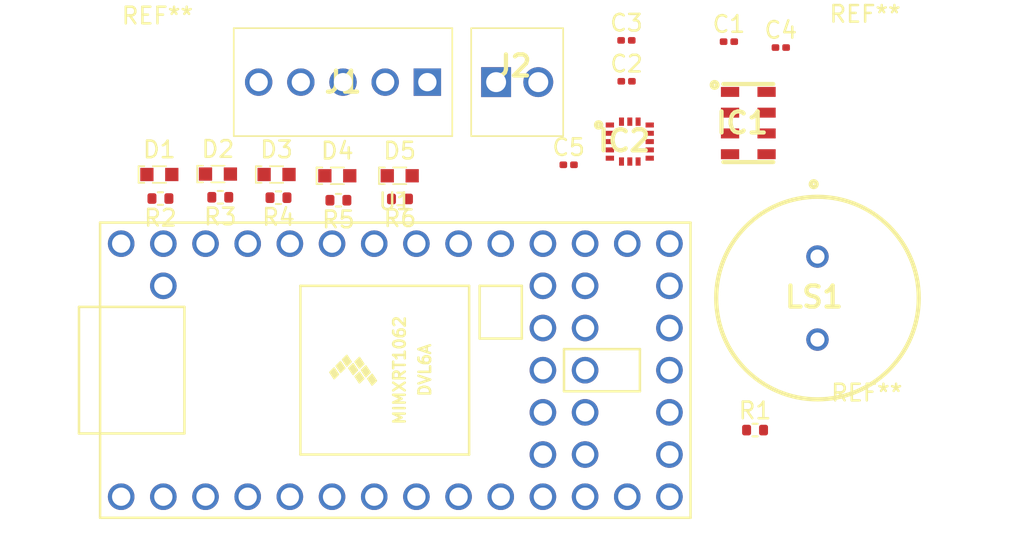
<source format=kicad_pcb>
(kicad_pcb (version 20171130) (host pcbnew "(5.1.10)-1")

  (general
    (thickness 1.6)
    (drawings 4)
    (tracks 0)
    (zones 0)
    (modules 25)
    (nets 70)
  )

  (page A4)
  (layers
    (0 F.Cu signal)
    (31 B.Cu signal)
    (32 B.Adhes user)
    (33 F.Adhes user)
    (34 B.Paste user)
    (35 F.Paste user)
    (36 B.SilkS user)
    (37 F.SilkS user)
    (38 B.Mask user)
    (39 F.Mask user)
    (40 Dwgs.User user)
    (41 Cmts.User user)
    (42 Eco1.User user)
    (43 Eco2.User user)
    (44 Edge.Cuts user)
    (45 Margin user)
    (46 B.CrtYd user)
    (47 F.CrtYd user)
    (48 B.Fab user)
    (49 F.Fab user)
  )

  (setup
    (last_trace_width 0.25)
    (trace_clearance 0.2)
    (zone_clearance 0.508)
    (zone_45_only no)
    (trace_min 0.2)
    (via_size 0.8)
    (via_drill 0.4)
    (via_min_size 0.4)
    (via_min_drill 0.3)
    (uvia_size 0.3)
    (uvia_drill 0.1)
    (uvias_allowed no)
    (uvia_min_size 0.2)
    (uvia_min_drill 0.1)
    (edge_width 0.05)
    (segment_width 0.2)
    (pcb_text_width 0.3)
    (pcb_text_size 1.5 1.5)
    (mod_edge_width 0.12)
    (mod_text_size 1 1)
    (mod_text_width 0.15)
    (pad_size 1.524 1.524)
    (pad_drill 0.762)
    (pad_to_mask_clearance 0)
    (aux_axis_origin 0 0)
    (visible_elements 7FFFFFFF)
    (pcbplotparams
      (layerselection 0x010fc_ffffffff)
      (usegerberextensions false)
      (usegerberattributes true)
      (usegerberadvancedattributes true)
      (creategerberjobfile true)
      (excludeedgelayer true)
      (linewidth 0.100000)
      (plotframeref false)
      (viasonmask false)
      (mode 1)
      (useauxorigin false)
      (hpglpennumber 1)
      (hpglpenspeed 20)
      (hpglpendiameter 15.000000)
      (psnegative false)
      (psa4output false)
      (plotreference true)
      (plotvalue true)
      (plotinvisibletext false)
      (padsonsilk false)
      (subtractmaskfromsilk false)
      (outputformat 1)
      (mirror false)
      (drillshape 1)
      (scaleselection 1)
      (outputdirectory ""))
  )

  (net 0 "")
  (net 1 GND)
  (net 2 3V3)
  (net 3 "Net-(C5-Pad2)")
  (net 4 VCC)
  (net 5 "Net-(D1-Pad1)")
  (net 6 "Net-(D2-Pad1)")
  (net 7 YLED1)
  (net 8 YLED2)
  (net 9 "Net-(D3-Pad1)")
  (net 10 "Net-(D4-Pad1)")
  (net 11 GLED1)
  (net 12 GLED2)
  (net 13 "Net-(D5-Pad1)")
  (net 14 CS_Baro)
  (net 15 "Net-(IC1-Pad5)")
  (net 16 MISO)
  (net 17 MOSI)
  (net 18 SCLK)
  (net 19 SDI)
  (net 20 SDO)
  (net 21 CS_IMU)
  (net 22 INT)
  (net 23 RESV)
  (net 24 FSYNC)
  (net 25 PYRO1)
  (net 26 PYRO2)
  (net 27 BUZZ1)
  (net 28 BUZZ2)
  (net 29 PWM1)
  (net 30 PWM2)
  (net 31 Buzzer)
  (net 32 "Net-(U1-Pad17)")
  (net 33 "Net-(U1-Pad18)")
  (net 34 "Net-(U1-Pad19)")
  (net 35 "Net-(U1-Pad20)")
  (net 36 "Net-(U1-Pad16)")
  (net 37 "Net-(U1-Pad15)")
  (net 38 "Net-(U1-Pad14)")
  (net 39 "Net-(U1-Pad21)")
  (net 40 "Net-(U1-Pad22)")
  (net 41 "Net-(U1-Pad23)")
  (net 42 "Net-(U1-Pad24)")
  (net 43 "Net-(U1-Pad25)")
  (net 44 "Net-(U1-Pad26)")
  (net 45 "Net-(U1-Pad27)")
  (net 46 "Net-(U1-Pad28)")
  (net 47 "Net-(U1-Pad29)")
  (net 48 "Net-(U1-Pad30)")
  (net 49 "Net-(U1-Pad31)")
  (net 50 "Net-(U1-Pad33)")
  (net 51 "Net-(U1-Pad34)")
  (net 52 "Net-(U1-Pad13)")
  (net 53 "Net-(U1-Pad12)")
  (net 54 "Net-(U1-Pad11)")
  (net 55 "Net-(U1-Pad10)")
  (net 56 "Net-(U1-Pad9)")
  (net 57 GTLED2)
  (net 58 "Net-(U1-Pad3)")
  (net 59 "Net-(U1-Pad2)")
  (net 60 "Net-(U1-Pad35)")
  (net 61 "Net-(U1-Pad36)")
  (net 62 "Net-(U1-Pad37)")
  (net 63 "Net-(U1-Pad38)")
  (net 64 "Net-(U1-Pad39)")
  (net 65 "Net-(U1-Pad40)")
  (net 66 "Net-(U1-Pad41)")
  (net 67 "Net-(U1-Pad42)")
  (net 68 "Net-(U1-Pad43)")
  (net 69 "Net-(U1-Pad44)")

  (net_class Default "This is the default net class."
    (clearance 0.2)
    (trace_width 0.25)
    (via_dia 0.8)
    (via_drill 0.4)
    (uvia_dia 0.3)
    (uvia_drill 0.1)
    (add_net 3V3)
    (add_net BUZZ1)
    (add_net BUZZ2)
    (add_net Buzzer)
    (add_net CS_Baro)
    (add_net CS_IMU)
    (add_net FSYNC)
    (add_net GLED1)
    (add_net GLED2)
    (add_net GND)
    (add_net GTLED2)
    (add_net INT)
    (add_net MISO)
    (add_net MOSI)
    (add_net "Net-(C5-Pad2)")
    (add_net "Net-(D1-Pad1)")
    (add_net "Net-(D2-Pad1)")
    (add_net "Net-(D3-Pad1)")
    (add_net "Net-(D4-Pad1)")
    (add_net "Net-(D5-Pad1)")
    (add_net "Net-(IC1-Pad5)")
    (add_net "Net-(U1-Pad10)")
    (add_net "Net-(U1-Pad11)")
    (add_net "Net-(U1-Pad12)")
    (add_net "Net-(U1-Pad13)")
    (add_net "Net-(U1-Pad14)")
    (add_net "Net-(U1-Pad15)")
    (add_net "Net-(U1-Pad16)")
    (add_net "Net-(U1-Pad17)")
    (add_net "Net-(U1-Pad18)")
    (add_net "Net-(U1-Pad19)")
    (add_net "Net-(U1-Pad2)")
    (add_net "Net-(U1-Pad20)")
    (add_net "Net-(U1-Pad21)")
    (add_net "Net-(U1-Pad22)")
    (add_net "Net-(U1-Pad23)")
    (add_net "Net-(U1-Pad24)")
    (add_net "Net-(U1-Pad25)")
    (add_net "Net-(U1-Pad26)")
    (add_net "Net-(U1-Pad27)")
    (add_net "Net-(U1-Pad28)")
    (add_net "Net-(U1-Pad29)")
    (add_net "Net-(U1-Pad3)")
    (add_net "Net-(U1-Pad30)")
    (add_net "Net-(U1-Pad31)")
    (add_net "Net-(U1-Pad33)")
    (add_net "Net-(U1-Pad34)")
    (add_net "Net-(U1-Pad35)")
    (add_net "Net-(U1-Pad36)")
    (add_net "Net-(U1-Pad37)")
    (add_net "Net-(U1-Pad38)")
    (add_net "Net-(U1-Pad39)")
    (add_net "Net-(U1-Pad40)")
    (add_net "Net-(U1-Pad41)")
    (add_net "Net-(U1-Pad42)")
    (add_net "Net-(U1-Pad43)")
    (add_net "Net-(U1-Pad44)")
    (add_net "Net-(U1-Pad9)")
    (add_net PWM1)
    (add_net PWM2)
    (add_net PYRO1)
    (add_net PYRO2)
    (add_net RESV)
    (add_net SCLK)
    (add_net SDI)
    (add_net SDO)
    (add_net VCC)
    (add_net YLED1)
    (add_net YLED2)
  )

  (module MountingHole:MountingHole_3.2mm_M3 (layer F.Cu) (tedit 56D1B4CB) (tstamp 61816BC9)
    (at 136.2964 83.5152)
    (descr "Mounting Hole 3.2mm, no annular, M3")
    (tags "mounting hole 3.2mm no annular m3")
    (attr virtual)
    (fp_text reference REF** (at 0 -4.2) (layer F.SilkS)
      (effects (font (size 1 1) (thickness 0.15)))
    )
    (fp_text value MountingHole_3.2mm_M3 (at 0 4.2) (layer F.Fab)
      (effects (font (size 1 1) (thickness 0.15)))
    )
    (fp_circle (center 0 0) (end 3.2 0) (layer Cmts.User) (width 0.15))
    (fp_circle (center 0 0) (end 3.45 0) (layer F.CrtYd) (width 0.05))
    (fp_text user %R (at 0.3 0) (layer F.Fab)
      (effects (font (size 1 1) (thickness 0.15)))
    )
    (pad 1 np_thru_hole circle (at 0 0) (size 3.2 3.2) (drill 3.2) (layers *.Cu *.Mask))
  )

  (module MountingHole:MountingHole_3.2mm_M3 (layer F.Cu) (tedit 56D1B4CB) (tstamp 61816BBB)
    (at 136.398 106.3244)
    (descr "Mounting Hole 3.2mm, no annular, M3")
    (tags "mounting hole 3.2mm no annular m3")
    (attr virtual)
    (fp_text reference REF** (at 0 -4.2) (layer F.SilkS)
      (effects (font (size 1 1) (thickness 0.15)))
    )
    (fp_text value MountingHole_3.2mm_M3 (at 0 4.2) (layer F.Fab)
      (effects (font (size 1 1) (thickness 0.15)))
    )
    (fp_circle (center 0 0) (end 3.45 0) (layer F.CrtYd) (width 0.05))
    (fp_circle (center 0 0) (end 3.2 0) (layer Cmts.User) (width 0.15))
    (fp_text user %R (at 0.3 0) (layer F.Fab)
      (effects (font (size 1 1) (thickness 0.15)))
    )
    (pad 1 np_thru_hole circle (at 0 0) (size 3.2 3.2) (drill 3.2) (layers *.Cu *.Mask))
  )

  (module MountingHole:MountingHole_3.2mm_M3 (layer F.Cu) (tedit 56D1B4CB) (tstamp 61816BAA)
    (at 93.6752 83.6168)
    (descr "Mounting Hole 3.2mm, no annular, M3")
    (tags "mounting hole 3.2mm no annular m3")
    (attr virtual)
    (fp_text reference REF** (at 0 -4.2) (layer F.SilkS)
      (effects (font (size 1 1) (thickness 0.15)))
    )
    (fp_text value MountingHole_3.2mm_M3 (at 0 4.2) (layer F.Fab)
      (effects (font (size 1 1) (thickness 0.15)))
    )
    (fp_circle (center 0 0) (end 3.45 0) (layer F.CrtYd) (width 0.05))
    (fp_circle (center 0 0) (end 3.2 0) (layer Cmts.User) (width 0.15))
    (fp_text user %R (at 0.3 0) (layer F.Fab)
      (effects (font (size 1 1) (thickness 0.15)))
    )
    (pad 1 np_thru_hole circle (at 0 0) (size 3.2 3.2) (drill 3.2) (layers *.Cu *.Mask))
  )

  (module Capacitor_SMD:C_0201_0603Metric (layer F.Cu) (tedit 5F68FEEE) (tstamp 61816573)
    (at 128.0922 80.9752)
    (descr "Capacitor SMD 0201 (0603 Metric), square (rectangular) end terminal, IPC_7351 nominal, (Body size source: https://www.vishay.com/docs/20052/crcw0201e3.pdf), generated with kicad-footprint-generator")
    (tags capacitor)
    (path /618203DA)
    (attr smd)
    (fp_text reference C1 (at 0 -1.05) (layer F.SilkS)
      (effects (font (size 1 1) (thickness 0.15)))
    )
    (fp_text value 100nF (at 0 1.05) (layer F.Fab)
      (effects (font (size 1 1) (thickness 0.15)))
    )
    (fp_line (start -0.3 0.15) (end -0.3 -0.15) (layer F.Fab) (width 0.1))
    (fp_line (start -0.3 -0.15) (end 0.3 -0.15) (layer F.Fab) (width 0.1))
    (fp_line (start 0.3 -0.15) (end 0.3 0.15) (layer F.Fab) (width 0.1))
    (fp_line (start 0.3 0.15) (end -0.3 0.15) (layer F.Fab) (width 0.1))
    (fp_line (start -0.7 0.35) (end -0.7 -0.35) (layer F.CrtYd) (width 0.05))
    (fp_line (start -0.7 -0.35) (end 0.7 -0.35) (layer F.CrtYd) (width 0.05))
    (fp_line (start 0.7 -0.35) (end 0.7 0.35) (layer F.CrtYd) (width 0.05))
    (fp_line (start 0.7 0.35) (end -0.7 0.35) (layer F.CrtYd) (width 0.05))
    (fp_text user %R (at 0 -0.68) (layer F.Fab)
      (effects (font (size 0.25 0.25) (thickness 0.04)))
    )
    (pad "" smd roundrect (at -0.345 0) (size 0.318 0.36) (layers F.Paste) (roundrect_rratio 0.25))
    (pad "" smd roundrect (at 0.345 0) (size 0.318 0.36) (layers F.Paste) (roundrect_rratio 0.25))
    (pad 1 smd roundrect (at -0.32 0) (size 0.46 0.4) (layers F.Cu F.Mask) (roundrect_rratio 0.25)
      (net 1 GND))
    (pad 2 smd roundrect (at 0.32 0) (size 0.46 0.4) (layers F.Cu F.Mask) (roundrect_rratio 0.25)
      (net 2 3V3))
    (model ${KISYS3DMOD}/Capacitor_SMD.3dshapes/C_0201_0603Metric.wrl
      (at (xyz 0 0 0))
      (scale (xyz 1 1 1))
      (rotate (xyz 0 0 0))
    )
  )

  (module Capacitor_SMD:C_0201_0603Metric (layer F.Cu) (tedit 5F68FEEE) (tstamp 61816584)
    (at 121.9302 83.3628)
    (descr "Capacitor SMD 0201 (0603 Metric), square (rectangular) end terminal, IPC_7351 nominal, (Body size source: https://www.vishay.com/docs/20052/crcw0201e3.pdf), generated with kicad-footprint-generator")
    (tags capacitor)
    (path /6184F902)
    (attr smd)
    (fp_text reference C2 (at 0 -1.05) (layer F.SilkS)
      (effects (font (size 1 1) (thickness 0.15)))
    )
    (fp_text value 0.1uF (at 0 1.05) (layer F.Fab)
      (effects (font (size 1 1) (thickness 0.15)))
    )
    (fp_line (start 0.7 0.35) (end -0.7 0.35) (layer F.CrtYd) (width 0.05))
    (fp_line (start 0.7 -0.35) (end 0.7 0.35) (layer F.CrtYd) (width 0.05))
    (fp_line (start -0.7 -0.35) (end 0.7 -0.35) (layer F.CrtYd) (width 0.05))
    (fp_line (start -0.7 0.35) (end -0.7 -0.35) (layer F.CrtYd) (width 0.05))
    (fp_line (start 0.3 0.15) (end -0.3 0.15) (layer F.Fab) (width 0.1))
    (fp_line (start 0.3 -0.15) (end 0.3 0.15) (layer F.Fab) (width 0.1))
    (fp_line (start -0.3 -0.15) (end 0.3 -0.15) (layer F.Fab) (width 0.1))
    (fp_line (start -0.3 0.15) (end -0.3 -0.15) (layer F.Fab) (width 0.1))
    (fp_text user %R (at 0 -0.68) (layer F.Fab)
      (effects (font (size 0.25 0.25) (thickness 0.04)))
    )
    (pad 2 smd roundrect (at 0.32 0) (size 0.46 0.4) (layers F.Cu F.Mask) (roundrect_rratio 0.25)
      (net 1 GND))
    (pad 1 smd roundrect (at -0.32 0) (size 0.46 0.4) (layers F.Cu F.Mask) (roundrect_rratio 0.25)
      (net 2 3V3))
    (pad "" smd roundrect (at 0.345 0) (size 0.318 0.36) (layers F.Paste) (roundrect_rratio 0.25))
    (pad "" smd roundrect (at -0.345 0) (size 0.318 0.36) (layers F.Paste) (roundrect_rratio 0.25))
    (model ${KISYS3DMOD}/Capacitor_SMD.3dshapes/C_0201_0603Metric.wrl
      (at (xyz 0 0 0))
      (scale (xyz 1 1 1))
      (rotate (xyz 0 0 0))
    )
  )

  (module Capacitor_SMD:C_0201_0603Metric (layer F.Cu) (tedit 5F68FEEE) (tstamp 61816595)
    (at 121.92 80.899)
    (descr "Capacitor SMD 0201 (0603 Metric), square (rectangular) end terminal, IPC_7351 nominal, (Body size source: https://www.vishay.com/docs/20052/crcw0201e3.pdf), generated with kicad-footprint-generator")
    (tags capacitor)
    (path /618755C2)
    (attr smd)
    (fp_text reference C3 (at 0 -1.05) (layer F.SilkS)
      (effects (font (size 1 1) (thickness 0.15)))
    )
    (fp_text value 10nF (at 0 1.05) (layer F.Fab)
      (effects (font (size 1 1) (thickness 0.15)))
    )
    (fp_line (start -0.3 0.15) (end -0.3 -0.15) (layer F.Fab) (width 0.1))
    (fp_line (start -0.3 -0.15) (end 0.3 -0.15) (layer F.Fab) (width 0.1))
    (fp_line (start 0.3 -0.15) (end 0.3 0.15) (layer F.Fab) (width 0.1))
    (fp_line (start 0.3 0.15) (end -0.3 0.15) (layer F.Fab) (width 0.1))
    (fp_line (start -0.7 0.35) (end -0.7 -0.35) (layer F.CrtYd) (width 0.05))
    (fp_line (start -0.7 -0.35) (end 0.7 -0.35) (layer F.CrtYd) (width 0.05))
    (fp_line (start 0.7 -0.35) (end 0.7 0.35) (layer F.CrtYd) (width 0.05))
    (fp_line (start 0.7 0.35) (end -0.7 0.35) (layer F.CrtYd) (width 0.05))
    (fp_text user %R (at 0 -0.68) (layer F.Fab)
      (effects (font (size 0.25 0.25) (thickness 0.04)))
    )
    (pad "" smd roundrect (at -0.345 0) (size 0.318 0.36) (layers F.Paste) (roundrect_rratio 0.25))
    (pad "" smd roundrect (at 0.345 0) (size 0.318 0.36) (layers F.Paste) (roundrect_rratio 0.25))
    (pad 1 smd roundrect (at -0.32 0) (size 0.46 0.4) (layers F.Cu F.Mask) (roundrect_rratio 0.25)
      (net 2 3V3))
    (pad 2 smd roundrect (at 0.32 0) (size 0.46 0.4) (layers F.Cu F.Mask) (roundrect_rratio 0.25)
      (net 1 GND))
    (model ${KISYS3DMOD}/Capacitor_SMD.3dshapes/C_0201_0603Metric.wrl
      (at (xyz 0 0 0))
      (scale (xyz 1 1 1))
      (rotate (xyz 0 0 0))
    )
  )

  (module Capacitor_SMD:C_0201_0603Metric (layer F.Cu) (tedit 5F68FEEE) (tstamp 618165A6)
    (at 131.2164 81.3308)
    (descr "Capacitor SMD 0201 (0603 Metric), square (rectangular) end terminal, IPC_7351 nominal, (Body size source: https://www.vishay.com/docs/20052/crcw0201e3.pdf), generated with kicad-footprint-generator")
    (tags capacitor)
    (path /61851CC7)
    (attr smd)
    (fp_text reference C4 (at 0 -1.05) (layer F.SilkS)
      (effects (font (size 1 1) (thickness 0.15)))
    )
    (fp_text value 2.2uF (at 0 1.05) (layer F.Fab)
      (effects (font (size 1 1) (thickness 0.15)))
    )
    (fp_line (start -0.3 0.15) (end -0.3 -0.15) (layer F.Fab) (width 0.1))
    (fp_line (start -0.3 -0.15) (end 0.3 -0.15) (layer F.Fab) (width 0.1))
    (fp_line (start 0.3 -0.15) (end 0.3 0.15) (layer F.Fab) (width 0.1))
    (fp_line (start 0.3 0.15) (end -0.3 0.15) (layer F.Fab) (width 0.1))
    (fp_line (start -0.7 0.35) (end -0.7 -0.35) (layer F.CrtYd) (width 0.05))
    (fp_line (start -0.7 -0.35) (end 0.7 -0.35) (layer F.CrtYd) (width 0.05))
    (fp_line (start 0.7 -0.35) (end 0.7 0.35) (layer F.CrtYd) (width 0.05))
    (fp_line (start 0.7 0.35) (end -0.7 0.35) (layer F.CrtYd) (width 0.05))
    (fp_text user %R (at 0 -0.68) (layer F.Fab)
      (effects (font (size 0.25 0.25) (thickness 0.04)))
    )
    (pad "" smd roundrect (at -0.345 0) (size 0.318 0.36) (layers F.Paste) (roundrect_rratio 0.25))
    (pad "" smd roundrect (at 0.345 0) (size 0.318 0.36) (layers F.Paste) (roundrect_rratio 0.25))
    (pad 1 smd roundrect (at -0.32 0) (size 0.46 0.4) (layers F.Cu F.Mask) (roundrect_rratio 0.25)
      (net 2 3V3))
    (pad 2 smd roundrect (at 0.32 0) (size 0.46 0.4) (layers F.Cu F.Mask) (roundrect_rratio 0.25)
      (net 1 GND))
    (model ${KISYS3DMOD}/Capacitor_SMD.3dshapes/C_0201_0603Metric.wrl
      (at (xyz 0 0 0))
      (scale (xyz 1 1 1))
      (rotate (xyz 0 0 0))
    )
  )

  (module Capacitor_SMD:C_0201_0603Metric (layer F.Cu) (tedit 5F68FEEE) (tstamp 618165B7)
    (at 118.4402 88.392)
    (descr "Capacitor SMD 0201 (0603 Metric), square (rectangular) end terminal, IPC_7351 nominal, (Body size source: https://www.vishay.com/docs/20052/crcw0201e3.pdf), generated with kicad-footprint-generator")
    (tags capacitor)
    (path /618671A3)
    (attr smd)
    (fp_text reference C5 (at 0 -1.05) (layer F.SilkS)
      (effects (font (size 1 1) (thickness 0.15)))
    )
    (fp_text value 0.47uF (at 0 1.05) (layer F.Fab)
      (effects (font (size 1 1) (thickness 0.15)))
    )
    (fp_line (start 0.7 0.35) (end -0.7 0.35) (layer F.CrtYd) (width 0.05))
    (fp_line (start 0.7 -0.35) (end 0.7 0.35) (layer F.CrtYd) (width 0.05))
    (fp_line (start -0.7 -0.35) (end 0.7 -0.35) (layer F.CrtYd) (width 0.05))
    (fp_line (start -0.7 0.35) (end -0.7 -0.35) (layer F.CrtYd) (width 0.05))
    (fp_line (start 0.3 0.15) (end -0.3 0.15) (layer F.Fab) (width 0.1))
    (fp_line (start 0.3 -0.15) (end 0.3 0.15) (layer F.Fab) (width 0.1))
    (fp_line (start -0.3 -0.15) (end 0.3 -0.15) (layer F.Fab) (width 0.1))
    (fp_line (start -0.3 0.15) (end -0.3 -0.15) (layer F.Fab) (width 0.1))
    (fp_text user %R (at 0 -0.68) (layer F.Fab)
      (effects (font (size 0.25 0.25) (thickness 0.04)))
    )
    (pad 2 smd roundrect (at 0.32 0) (size 0.46 0.4) (layers F.Cu F.Mask) (roundrect_rratio 0.25)
      (net 3 "Net-(C5-Pad2)"))
    (pad 1 smd roundrect (at -0.32 0) (size 0.46 0.4) (layers F.Cu F.Mask) (roundrect_rratio 0.25)
      (net 1 GND))
    (pad "" smd roundrect (at 0.345 0) (size 0.318 0.36) (layers F.Paste) (roundrect_rratio 0.25))
    (pad "" smd roundrect (at -0.345 0) (size 0.318 0.36) (layers F.Paste) (roundrect_rratio 0.25))
    (model ${KISYS3DMOD}/Capacitor_SMD.3dshapes/C_0201_0603Metric.wrl
      (at (xyz 0 0 0))
      (scale (xyz 1 1 1))
      (rotate (xyz 0 0 0))
    )
  )

  (module digikey-footprints:LED_2-SMD_No_Lead_1.7x0.8mm (layer F.Cu) (tedit 5D2891B4) (tstamp 618165CC)
    (at 93.7888 88.9762)
    (path /61814413)
    (attr smd)
    (fp_text reference D1 (at 0 -1.5) (layer F.SilkS)
      (effects (font (size 1 1) (thickness 0.15)))
    )
    (fp_text value RED (at 0 1.75) (layer F.Fab)
      (effects (font (size 1 1) (thickness 0.15)))
    )
    (fp_line (start -0.9 -0.5) (end -1.2 -0.5) (layer F.SilkS) (width 0.1))
    (fp_line (start -1.2 -0.5) (end -1.25 -0.5) (layer F.SilkS) (width 0.1))
    (fp_line (start -1.25 -0.5) (end -1.25 0.5) (layer F.SilkS) (width 0.1))
    (fp_line (start -1.25 0.5) (end -0.9 0.5) (layer F.SilkS) (width 0.1))
    (fp_line (start -1.4 -0.65) (end -1.4 0.65) (layer F.CrtYd) (width 0.05))
    (fp_line (start 1.4 0.65) (end -1.4 0.65) (layer F.CrtYd) (width 0.05))
    (fp_line (start 1.4 -0.65) (end -1.4 -0.65) (layer F.CrtYd) (width 0.05))
    (fp_line (start 1.4 -0.65) (end 1.4 0.65) (layer F.CrtYd) (width 0.05))
    (fp_line (start -0.4 0.5) (end 0.4 0.5) (layer F.SilkS) (width 0.1))
    (fp_line (start -0.4 -0.5) (end 0.4 -0.5) (layer F.SilkS) (width 0.1))
    (fp_line (start -0.85 0.4) (end -0.85 -0.4) (layer F.Fab) (width 0.1))
    (fp_line (start 0.85 -0.4) (end 0.85 0.4) (layer F.Fab) (width 0.1))
    (fp_line (start -0.85 -0.4) (end 0.85 -0.4) (layer F.Fab) (width 0.1))
    (fp_line (start -0.85 0.4) (end 0.85 0.4) (layer F.Fab) (width 0.1))
    (fp_text user %R (at 0 0) (layer F.Fab)
      (effects (font (size 0.25 0.25) (thickness 0.025)))
    )
    (pad 2 smd rect (at 0.75 0) (size 0.8 0.8) (layers F.Cu F.Paste F.Mask)
      (net 4 VCC))
    (pad 1 smd rect (at -0.75 0) (size 0.8 0.8) (layers F.Cu F.Paste F.Mask)
      (net 5 "Net-(D1-Pad1)"))
  )

  (module digikey-footprints:LED_2-SMD_No_Lead_1.7x0.8mm (layer F.Cu) (tedit 5D2891B4) (tstamp 618165E1)
    (at 97.3194 88.9508)
    (path /61814F6B)
    (attr smd)
    (fp_text reference D2 (at 0 -1.5) (layer F.SilkS)
      (effects (font (size 1 1) (thickness 0.15)))
    )
    (fp_text value YELLOW (at 0 1.75) (layer F.Fab)
      (effects (font (size 1 1) (thickness 0.15)))
    )
    (fp_line (start -0.85 0.4) (end 0.85 0.4) (layer F.Fab) (width 0.1))
    (fp_line (start -0.85 -0.4) (end 0.85 -0.4) (layer F.Fab) (width 0.1))
    (fp_line (start 0.85 -0.4) (end 0.85 0.4) (layer F.Fab) (width 0.1))
    (fp_line (start -0.85 0.4) (end -0.85 -0.4) (layer F.Fab) (width 0.1))
    (fp_line (start -0.4 -0.5) (end 0.4 -0.5) (layer F.SilkS) (width 0.1))
    (fp_line (start -0.4 0.5) (end 0.4 0.5) (layer F.SilkS) (width 0.1))
    (fp_line (start 1.4 -0.65) (end 1.4 0.65) (layer F.CrtYd) (width 0.05))
    (fp_line (start 1.4 -0.65) (end -1.4 -0.65) (layer F.CrtYd) (width 0.05))
    (fp_line (start 1.4 0.65) (end -1.4 0.65) (layer F.CrtYd) (width 0.05))
    (fp_line (start -1.4 -0.65) (end -1.4 0.65) (layer F.CrtYd) (width 0.05))
    (fp_line (start -1.25 0.5) (end -0.9 0.5) (layer F.SilkS) (width 0.1))
    (fp_line (start -1.25 -0.5) (end -1.25 0.5) (layer F.SilkS) (width 0.1))
    (fp_line (start -1.2 -0.5) (end -1.25 -0.5) (layer F.SilkS) (width 0.1))
    (fp_line (start -0.9 -0.5) (end -1.2 -0.5) (layer F.SilkS) (width 0.1))
    (fp_text user %R (at 0 0) (layer F.Fab)
      (effects (font (size 0.25 0.25) (thickness 0.025)))
    )
    (pad 1 smd rect (at -0.75 0) (size 0.8 0.8) (layers F.Cu F.Paste F.Mask)
      (net 6 "Net-(D2-Pad1)"))
    (pad 2 smd rect (at 0.75 0) (size 0.8 0.8) (layers F.Cu F.Paste F.Mask)
      (net 7 YLED1))
  )

  (module digikey-footprints:LED_2-SMD_No_Lead_1.7x0.8mm (layer F.Cu) (tedit 5D2891B4) (tstamp 618165F6)
    (at 100.85 88.9762)
    (path /61815368)
    (attr smd)
    (fp_text reference D3 (at 0 -1.5) (layer F.SilkS)
      (effects (font (size 1 1) (thickness 0.15)))
    )
    (fp_text value YELLOW (at 0 1.75) (layer F.Fab)
      (effects (font (size 1 1) (thickness 0.15)))
    )
    (fp_line (start -0.9 -0.5) (end -1.2 -0.5) (layer F.SilkS) (width 0.1))
    (fp_line (start -1.2 -0.5) (end -1.25 -0.5) (layer F.SilkS) (width 0.1))
    (fp_line (start -1.25 -0.5) (end -1.25 0.5) (layer F.SilkS) (width 0.1))
    (fp_line (start -1.25 0.5) (end -0.9 0.5) (layer F.SilkS) (width 0.1))
    (fp_line (start -1.4 -0.65) (end -1.4 0.65) (layer F.CrtYd) (width 0.05))
    (fp_line (start 1.4 0.65) (end -1.4 0.65) (layer F.CrtYd) (width 0.05))
    (fp_line (start 1.4 -0.65) (end -1.4 -0.65) (layer F.CrtYd) (width 0.05))
    (fp_line (start 1.4 -0.65) (end 1.4 0.65) (layer F.CrtYd) (width 0.05))
    (fp_line (start -0.4 0.5) (end 0.4 0.5) (layer F.SilkS) (width 0.1))
    (fp_line (start -0.4 -0.5) (end 0.4 -0.5) (layer F.SilkS) (width 0.1))
    (fp_line (start -0.85 0.4) (end -0.85 -0.4) (layer F.Fab) (width 0.1))
    (fp_line (start 0.85 -0.4) (end 0.85 0.4) (layer F.Fab) (width 0.1))
    (fp_line (start -0.85 -0.4) (end 0.85 -0.4) (layer F.Fab) (width 0.1))
    (fp_line (start -0.85 0.4) (end 0.85 0.4) (layer F.Fab) (width 0.1))
    (fp_text user %R (at 0 0) (layer F.Fab)
      (effects (font (size 0.25 0.25) (thickness 0.025)))
    )
    (pad 2 smd rect (at 0.75 0) (size 0.8 0.8) (layers F.Cu F.Paste F.Mask)
      (net 8 YLED2))
    (pad 1 smd rect (at -0.75 0) (size 0.8 0.8) (layers F.Cu F.Paste F.Mask)
      (net 9 "Net-(D3-Pad1)"))
  )

  (module digikey-footprints:LED_2-SMD_No_Lead_1.7x0.8mm (layer F.Cu) (tedit 5D2891B4) (tstamp 6181660B)
    (at 104.5076 89.0524)
    (path /618162E1)
    (attr smd)
    (fp_text reference D4 (at 0 -1.5) (layer F.SilkS)
      (effects (font (size 1 1) (thickness 0.15)))
    )
    (fp_text value GREEN (at 0 1.75) (layer F.Fab)
      (effects (font (size 1 1) (thickness 0.15)))
    )
    (fp_line (start -0.85 0.4) (end 0.85 0.4) (layer F.Fab) (width 0.1))
    (fp_line (start -0.85 -0.4) (end 0.85 -0.4) (layer F.Fab) (width 0.1))
    (fp_line (start 0.85 -0.4) (end 0.85 0.4) (layer F.Fab) (width 0.1))
    (fp_line (start -0.85 0.4) (end -0.85 -0.4) (layer F.Fab) (width 0.1))
    (fp_line (start -0.4 -0.5) (end 0.4 -0.5) (layer F.SilkS) (width 0.1))
    (fp_line (start -0.4 0.5) (end 0.4 0.5) (layer F.SilkS) (width 0.1))
    (fp_line (start 1.4 -0.65) (end 1.4 0.65) (layer F.CrtYd) (width 0.05))
    (fp_line (start 1.4 -0.65) (end -1.4 -0.65) (layer F.CrtYd) (width 0.05))
    (fp_line (start 1.4 0.65) (end -1.4 0.65) (layer F.CrtYd) (width 0.05))
    (fp_line (start -1.4 -0.65) (end -1.4 0.65) (layer F.CrtYd) (width 0.05))
    (fp_line (start -1.25 0.5) (end -0.9 0.5) (layer F.SilkS) (width 0.1))
    (fp_line (start -1.25 -0.5) (end -1.25 0.5) (layer F.SilkS) (width 0.1))
    (fp_line (start -1.2 -0.5) (end -1.25 -0.5) (layer F.SilkS) (width 0.1))
    (fp_line (start -0.9 -0.5) (end -1.2 -0.5) (layer F.SilkS) (width 0.1))
    (fp_text user %R (at 0 0) (layer F.Fab)
      (effects (font (size 0.25 0.25) (thickness 0.025)))
    )
    (pad 1 smd rect (at -0.75 0) (size 0.8 0.8) (layers F.Cu F.Paste F.Mask)
      (net 10 "Net-(D4-Pad1)"))
    (pad 2 smd rect (at 0.75 0) (size 0.8 0.8) (layers F.Cu F.Paste F.Mask)
      (net 11 GLED1))
  )

  (module digikey-footprints:LED_2-SMD_No_Lead_1.7x0.8mm (layer F.Cu) (tedit 5D2891B4) (tstamp 61816620)
    (at 108.2668 89.0524)
    (path /61816871)
    (attr smd)
    (fp_text reference D5 (at 0 -1.5) (layer F.SilkS)
      (effects (font (size 1 1) (thickness 0.15)))
    )
    (fp_text value GREEN (at 0 1.75) (layer F.Fab)
      (effects (font (size 1 1) (thickness 0.15)))
    )
    (fp_line (start -0.9 -0.5) (end -1.2 -0.5) (layer F.SilkS) (width 0.1))
    (fp_line (start -1.2 -0.5) (end -1.25 -0.5) (layer F.SilkS) (width 0.1))
    (fp_line (start -1.25 -0.5) (end -1.25 0.5) (layer F.SilkS) (width 0.1))
    (fp_line (start -1.25 0.5) (end -0.9 0.5) (layer F.SilkS) (width 0.1))
    (fp_line (start -1.4 -0.65) (end -1.4 0.65) (layer F.CrtYd) (width 0.05))
    (fp_line (start 1.4 0.65) (end -1.4 0.65) (layer F.CrtYd) (width 0.05))
    (fp_line (start 1.4 -0.65) (end -1.4 -0.65) (layer F.CrtYd) (width 0.05))
    (fp_line (start 1.4 -0.65) (end 1.4 0.65) (layer F.CrtYd) (width 0.05))
    (fp_line (start -0.4 0.5) (end 0.4 0.5) (layer F.SilkS) (width 0.1))
    (fp_line (start -0.4 -0.5) (end 0.4 -0.5) (layer F.SilkS) (width 0.1))
    (fp_line (start -0.85 0.4) (end -0.85 -0.4) (layer F.Fab) (width 0.1))
    (fp_line (start 0.85 -0.4) (end 0.85 0.4) (layer F.Fab) (width 0.1))
    (fp_line (start -0.85 -0.4) (end 0.85 -0.4) (layer F.Fab) (width 0.1))
    (fp_line (start -0.85 0.4) (end 0.85 0.4) (layer F.Fab) (width 0.1))
    (fp_text user %R (at 0 0) (layer F.Fab)
      (effects (font (size 0.25 0.25) (thickness 0.025)))
    )
    (pad 2 smd rect (at 0.75 0) (size 0.8 0.8) (layers F.Cu F.Paste F.Mask)
      (net 12 GLED2))
    (pad 1 smd rect (at -0.75 0) (size 0.8 0.8) (layers F.Cu F.Paste F.Mask)
      (net 13 "Net-(D5-Pad1)"))
  )

  (module SamacSys_Parts:MS561101BA03-50 (layer F.Cu) (tedit 0) (tstamp 61816634)
    (at 129.2606 85.8774)
    (descr MS561101BA03-50)
    (tags "Integrated Circuit")
    (path /6181BE05)
    (attr smd)
    (fp_text reference IC1 (at -0.372 -0.006) (layer F.SilkS)
      (effects (font (size 1.27 1.27) (thickness 0.254)))
    )
    (fp_text value Baro (at -0.372 -0.006) (layer F.SilkS) hide
      (effects (font (size 1.27 1.27) (thickness 0.254)))
    )
    (fp_line (start -1.5 -2.35) (end 1.5 -2.35) (layer F.Fab) (width 0.254))
    (fp_line (start 1.5 -2.35) (end 1.5 2.35) (layer F.Fab) (width 0.254))
    (fp_line (start 1.5 2.35) (end -1.5 2.35) (layer F.Fab) (width 0.254))
    (fp_line (start -1.5 2.35) (end -1.5 -2.35) (layer F.Fab) (width 0.254))
    (fp_line (start -1.5 -2.35) (end 1.5 -2.35) (layer F.SilkS) (width 0.254))
    (fp_line (start -1.5 2.35) (end 1.5 2.35) (layer F.SilkS) (width 0.254))
    (fp_circle (center -2.032 -2.297) (end -2.032 -2.252) (layer F.SilkS) (width 0.254))
    (fp_text user %R (at -0.372 -0.006) (layer F.Fab)
      (effects (font (size 1.27 1.27) (thickness 0.254)))
    )
    (pad 1 smd rect (at -1.1 -1.875 90) (size 0.6 1.1) (layers F.Cu F.Paste F.Mask)
      (net 2 3V3))
    (pad 2 smd rect (at -1.1 -0.625 90) (size 0.6 1.1) (layers F.Cu F.Paste F.Mask)
      (net 1 GND))
    (pad 3 smd rect (at -1.1 0.625 90) (size 0.6 1.1) (layers F.Cu F.Paste F.Mask)
      (net 1 GND))
    (pad 4 smd rect (at -1.1 1.875 90) (size 0.6 1.1) (layers F.Cu F.Paste F.Mask)
      (net 14 CS_Baro))
    (pad 5 smd rect (at 1.1 1.875 90) (size 0.6 1.1) (layers F.Cu F.Paste F.Mask)
      (net 15 "Net-(IC1-Pad5)"))
    (pad 6 smd rect (at 1.1 0.625 90) (size 0.6 1.1) (layers F.Cu F.Paste F.Mask)
      (net 16 MISO))
    (pad 7 smd rect (at 1.1 -0.625 90) (size 0.6 1.1) (layers F.Cu F.Paste F.Mask)
      (net 17 MOSI))
    (pad 8 smd rect (at 1.1 -1.875 90) (size 0.6 1.1) (layers F.Cu F.Paste F.Mask)
      (net 18 SCLK))
    (model "C:\\Users\\willi\\Desktop\\ERT SE\\PDS KRTEK V2\\PCB\\SamacSys_Parts.3dshapes\\MS561101BA03-50.stp"
      (offset (xyz 0 0 0.9499999738115104))
      (scale (xyz 1 1 1))
      (rotate (xyz 0 0 -90))
    )
  )

  (module SamacSys_Parts:PULL-BACK-QFN-16 (layer F.Cu) (tedit 0) (tstamp 6181664E)
    (at 122.1232 86.995)
    (descr Pull-back-QFN-16)
    (tags "Integrated Circuit")
    (path /618451EA)
    (attr smd)
    (fp_text reference IC2 (at -0.34 -0.05) (layer F.SilkS)
      (effects (font (size 1.27 1.27) (thickness 0.254)))
    )
    (fp_text value ICM-20608-G (at -0.34 -0.05) (layer F.SilkS) hide
      (effects (font (size 1.27 1.27) (thickness 0.254)))
    )
    (fp_line (start -1.5 -1.5) (end 1.5 -1.5) (layer F.Fab) (width 0.2))
    (fp_line (start 1.5 -1.5) (end 1.5 1.5) (layer F.Fab) (width 0.2))
    (fp_line (start 1.5 1.5) (end -1.5 1.5) (layer F.Fab) (width 0.2))
    (fp_line (start -1.5 1.5) (end -1.5 -1.5) (layer F.Fab) (width 0.2))
    (fp_circle (center -1.876 -1.004) (end -1.876 -0.974) (layer F.SilkS) (width 0.254))
    (fp_text user %R (at -0.34 -0.05) (layer F.Fab)
      (effects (font (size 1.27 1.27) (thickness 0.254)))
    )
    (pad 1 smd rect (at -1.2 -1 90) (size 0.3 0.5) (layers F.Cu F.Paste F.Mask)
      (net 2 3V3))
    (pad 2 smd rect (at -1.2 -0.5 90) (size 0.3 0.5) (layers F.Cu F.Paste F.Mask)
      (net 18 SCLK))
    (pad 3 smd rect (at -1.2 0 90) (size 0.3 0.5) (layers F.Cu F.Paste F.Mask)
      (net 19 SDI))
    (pad 4 smd rect (at -1.2 0.5 90) (size 0.3 0.5) (layers F.Cu F.Paste F.Mask)
      (net 20 SDO))
    (pad 5 smd rect (at -1.2 1 90) (size 0.3 0.5) (layers F.Cu F.Paste F.Mask)
      (net 21 CS_IMU))
    (pad 6 smd rect (at -0.5 1.2) (size 0.3 0.5) (layers F.Cu F.Paste F.Mask)
      (net 22 INT))
    (pad 7 smd rect (at 0 1.2) (size 0.3 0.5) (layers F.Cu F.Paste F.Mask)
      (net 23 RESV))
    (pad 8 smd rect (at 0.5 1.2) (size 0.3 0.5) (layers F.Cu F.Paste F.Mask)
      (net 24 FSYNC))
    (pad 9 smd rect (at 1.2 1 90) (size 0.3 0.5) (layers F.Cu F.Paste F.Mask)
      (net 1 GND))
    (pad 10 smd rect (at 1.2 0.5 90) (size 0.3 0.5) (layers F.Cu F.Paste F.Mask)
      (net 1 GND))
    (pad 11 smd rect (at 1.2 0 90) (size 0.3 0.5) (layers F.Cu F.Paste F.Mask)
      (net 1 GND))
    (pad 12 smd rect (at 1.2 -0.5 90) (size 0.3 0.5) (layers F.Cu F.Paste F.Mask)
      (net 1 GND))
    (pad 13 smd rect (at 1.2 -1 90) (size 0.3 0.5) (layers F.Cu F.Paste F.Mask)
      (net 1 GND))
    (pad 14 smd rect (at 0.5 -1.2) (size 0.3 0.5) (layers F.Cu F.Paste F.Mask)
      (net 3 "Net-(C5-Pad2)"))
    (pad 15 smd rect (at 0 -1.2) (size 0.3 0.5) (layers F.Cu F.Paste F.Mask)
      (net 1 GND))
    (pad 16 smd rect (at -0.5 -1.2) (size 0.3 0.5) (layers F.Cu F.Paste F.Mask)
      (net 2 3V3))
  )

  (module SamacSys_Parts:2828345 (layer F.Cu) (tedit 0) (tstamp 61816664)
    (at 109.9312 83.4136 180)
    (descr 282834-5-1)
    (tags Connector)
    (path /6182ABC8)
    (fp_text reference J1 (at 5.08 0) (layer F.SilkS)
      (effects (font (size 1.27 1.27) (thickness 0.254)))
    )
    (fp_text value EXTOUT (at 5.08 0) (layer F.SilkS) hide
      (effects (font (size 1.27 1.27) (thickness 0.254)))
    )
    (fp_line (start -1.5 3.25) (end 11.66 3.25) (layer F.Fab) (width 0.2))
    (fp_line (start 11.66 3.25) (end 11.66 -3.25) (layer F.Fab) (width 0.2))
    (fp_line (start 11.66 -3.25) (end -1.5 -3.25) (layer F.Fab) (width 0.2))
    (fp_line (start -1.5 -3.25) (end -1.5 3.25) (layer F.Fab) (width 0.2))
    (fp_line (start -1.5 3.25) (end 11.66 3.25) (layer F.SilkS) (width 0.1))
    (fp_line (start 11.66 3.25) (end 11.66 -3.25) (layer F.SilkS) (width 0.1))
    (fp_line (start 11.66 -3.25) (end -1.5 -3.25) (layer F.SilkS) (width 0.1))
    (fp_line (start -1.5 -3.25) (end -1.5 3.25) (layer F.SilkS) (width 0.1))
    (fp_line (start -2.5 -4.25) (end 12.66 -4.25) (layer F.CrtYd) (width 0.1))
    (fp_line (start 12.66 -4.25) (end 12.66 4.25) (layer F.CrtYd) (width 0.1))
    (fp_line (start 12.66 4.25) (end -2.5 4.25) (layer F.CrtYd) (width 0.1))
    (fp_line (start -2.5 4.25) (end -2.5 -4.25) (layer F.CrtYd) (width 0.1))
    (fp_text user %R (at 5.08 0) (layer F.Fab)
      (effects (font (size 1.27 1.27) (thickness 0.254)))
    )
    (pad 1 thru_hole rect (at 0 0 180) (size 1.65 1.65) (drill 1.1) (layers *.Cu *.Mask)
      (net 25 PYRO1))
    (pad 2 thru_hole circle (at 2.54 0 180) (size 1.65 1.65) (drill 1.1) (layers *.Cu *.Mask)
      (net 26 PYRO2))
    (pad 3 thru_hole circle (at 5.08 0 180) (size 1.65 1.65) (drill 1.1) (layers *.Cu *.Mask)
      (net 27 BUZZ1))
    (pad 4 thru_hole circle (at 7.62 0 180) (size 1.65 1.65) (drill 1.1) (layers *.Cu *.Mask)
      (net 28 BUZZ2))
    (pad 5 thru_hole circle (at 10.16 0 180) (size 1.65 1.65) (drill 1.1) (layers *.Cu *.Mask)
      (net 1 GND))
    (model "C:\\Users\\willi\\Desktop\\ERT SE\\PDS KRTEK V2\\PCB\\SamacSys_Parts.3dshapes\\282834-5.stp"
      (offset (xyz 5.079999847412076 -3.249999951189851 2.700000007133864))
      (scale (xyz 1 1 1))
      (rotate (xyz -90 0 0))
    )
  )

  (module SamacSys_Parts:282834-2_1 (layer F.Cu) (tedit 0) (tstamp 61816673)
    (at 114.0714 83.4136)
    (descr 282834-2_1)
    (tags Connector)
    (path /618364DD)
    (fp_text reference J2 (at 1.016 -0.976) (layer F.SilkS)
      (effects (font (size 1.27 1.27) (thickness 0.254)))
    )
    (fp_text value PWM (at 1.016 -0.976) (layer F.SilkS) hide
      (effects (font (size 1.27 1.27) (thickness 0.254)))
    )
    (fp_line (start -1.5 -3.25) (end 4.04 -3.25) (layer F.SilkS) (width 0.1))
    (fp_line (start 4.04 -3.25) (end 4.04 3.25) (layer F.SilkS) (width 0.1))
    (fp_line (start 4.04 3.25) (end -1.5 3.25) (layer F.SilkS) (width 0.1))
    (fp_line (start -1.5 3.25) (end -1.5 -3.25) (layer F.SilkS) (width 0.1))
    (fp_line (start -1.5 -3.25) (end 4.04 -3.25) (layer F.Fab) (width 0.2))
    (fp_line (start 4.04 -3.25) (end 4.04 3.25) (layer F.Fab) (width 0.2))
    (fp_line (start 4.04 3.25) (end -1.5 3.25) (layer F.Fab) (width 0.2))
    (fp_line (start -1.5 3.25) (end -1.5 -3.25) (layer F.Fab) (width 0.2))
    (fp_text user %R (at 1.016 -0.976) (layer F.Fab)
      (effects (font (size 1.27 1.27) (thickness 0.254)))
    )
    (pad 1 thru_hole rect (at 0 0) (size 1.8 1.8) (drill 1.2) (layers *.Cu *.Mask)
      (net 29 PWM1))
    (pad 2 thru_hole circle (at 2.54 0) (size 1.8 1.8) (drill 1.2) (layers *.Cu *.Mask)
      (net 30 PWM2))
    (model "C:\\Users\\willi\\Desktop\\ERT SE\\PDS KRTEK V2\\PCB\\SamacSys_Parts.3dshapes\\282834-2.stp"
      (offset (xyz 1.269999961853019 -3.249999951189851 2.869999842455906))
      (scale (xyz 1 1 1))
      (rotate (xyz -90 0 0))
    )
  )

  (module SamacSys_Parts:PS1240P02BT (layer F.Cu) (tedit 0) (tstamp 61816F47)
    (at 133.4262 96.4184)
    (descr PS1240P02BT)
    (tags "Loudspeaker or Buzzer")
    (path /6180F71D)
    (fp_text reference LS1 (at -0.206 -0.063) (layer F.SilkS)
      (effects (font (size 1.27 1.27) (thickness 0.254)))
    )
    (fp_text value Buzzer (at -0.206 -0.063) (layer F.SilkS) hide
      (effects (font (size 1.27 1.27) (thickness 0.254)))
    )
    (fp_circle (center 0 0) (end 0 6.1) (layer F.SilkS) (width 0.254))
    (fp_circle (center 0 0) (end 0 6.1) (layer F.Fab) (width 0.254))
    (fp_circle (center -0.228 -6.861) (end -0.228 -6.81091) (layer F.SilkS) (width 0.254))
    (fp_text user %R (at -0.206 -0.063) (layer F.Fab)
      (effects (font (size 1.27 1.27) (thickness 0.254)))
    )
    (pad 1 thru_hole circle (at 0 -2.5) (size 1.35 1.35) (drill 0.85) (layers *.Cu *.Mask)
      (net 31 Buzzer))
    (pad 2 thru_hole circle (at 0 2.5) (size 1.35 1.35) (drill 0.85) (layers *.Cu *.Mask)
      (net 1 GND))
    (model "C:\\Users\\willi\\Desktop\\ERT SE\\PDS KRTEK V2\\PCB\\SamacSys_Parts.3dshapes\\PS1240P02CT3.stp"
      (offset (xyz 0 0 3.999999939926029))
      (scale (xyz 1 1 1))
      (rotate (xyz -90 0 -90))
    )
  )

  (module Resistor_SMD:R_0402_1005Metric (layer F.Cu) (tedit 5F68FEEE) (tstamp 6181668E)
    (at 129.667 104.3686)
    (descr "Resistor SMD 0402 (1005 Metric), square (rectangular) end terminal, IPC_7351 nominal, (Body size source: IPC-SM-782 page 72, https://www.pcb-3d.com/wordpress/wp-content/uploads/ipc-sm-782a_amendment_1_and_2.pdf), generated with kicad-footprint-generator")
    (tags resistor)
    (path /6181218E)
    (attr smd)
    (fp_text reference R1 (at 0 -1.17) (layer F.SilkS)
      (effects (font (size 1 1) (thickness 0.15)))
    )
    (fp_text value 1k (at 0 1.17) (layer F.Fab)
      (effects (font (size 1 1) (thickness 0.15)))
    )
    (fp_line (start 0.93 0.47) (end -0.93 0.47) (layer F.CrtYd) (width 0.05))
    (fp_line (start 0.93 -0.47) (end 0.93 0.47) (layer F.CrtYd) (width 0.05))
    (fp_line (start -0.93 -0.47) (end 0.93 -0.47) (layer F.CrtYd) (width 0.05))
    (fp_line (start -0.93 0.47) (end -0.93 -0.47) (layer F.CrtYd) (width 0.05))
    (fp_line (start -0.153641 0.38) (end 0.153641 0.38) (layer F.SilkS) (width 0.12))
    (fp_line (start -0.153641 -0.38) (end 0.153641 -0.38) (layer F.SilkS) (width 0.12))
    (fp_line (start 0.525 0.27) (end -0.525 0.27) (layer F.Fab) (width 0.1))
    (fp_line (start 0.525 -0.27) (end 0.525 0.27) (layer F.Fab) (width 0.1))
    (fp_line (start -0.525 -0.27) (end 0.525 -0.27) (layer F.Fab) (width 0.1))
    (fp_line (start -0.525 0.27) (end -0.525 -0.27) (layer F.Fab) (width 0.1))
    (fp_text user %R (at 0 0) (layer F.Fab)
      (effects (font (size 0.26 0.26) (thickness 0.04)))
    )
    (pad 2 smd roundrect (at 0.51 0) (size 0.54 0.64) (layers F.Cu F.Paste F.Mask) (roundrect_rratio 0.25)
      (net 1 GND))
    (pad 1 smd roundrect (at -0.51 0) (size 0.54 0.64) (layers F.Cu F.Paste F.Mask) (roundrect_rratio 0.25)
      (net 31 Buzzer))
    (model ${KISYS3DMOD}/Resistor_SMD.3dshapes/R_0402_1005Metric.wrl
      (at (xyz 0 0 0))
      (scale (xyz 1 1 1))
      (rotate (xyz 0 0 0))
    )
  )

  (module Resistor_SMD:R_0402_1005Metric (layer F.Cu) (tedit 5F68FEEE) (tstamp 6181669F)
    (at 93.855 90.424 180)
    (descr "Resistor SMD 0402 (1005 Metric), square (rectangular) end terminal, IPC_7351 nominal, (Body size source: IPC-SM-782 page 72, https://www.pcb-3d.com/wordpress/wp-content/uploads/ipc-sm-782a_amendment_1_and_2.pdf), generated with kicad-footprint-generator")
    (tags resistor)
    (path /61816E0D)
    (attr smd)
    (fp_text reference R2 (at 0 -1.17) (layer F.SilkS)
      (effects (font (size 1 1) (thickness 0.15)))
    )
    (fp_text value 740 (at 0 1.17) (layer F.Fab)
      (effects (font (size 1 1) (thickness 0.15)))
    )
    (fp_line (start -0.525 0.27) (end -0.525 -0.27) (layer F.Fab) (width 0.1))
    (fp_line (start -0.525 -0.27) (end 0.525 -0.27) (layer F.Fab) (width 0.1))
    (fp_line (start 0.525 -0.27) (end 0.525 0.27) (layer F.Fab) (width 0.1))
    (fp_line (start 0.525 0.27) (end -0.525 0.27) (layer F.Fab) (width 0.1))
    (fp_line (start -0.153641 -0.38) (end 0.153641 -0.38) (layer F.SilkS) (width 0.12))
    (fp_line (start -0.153641 0.38) (end 0.153641 0.38) (layer F.SilkS) (width 0.12))
    (fp_line (start -0.93 0.47) (end -0.93 -0.47) (layer F.CrtYd) (width 0.05))
    (fp_line (start -0.93 -0.47) (end 0.93 -0.47) (layer F.CrtYd) (width 0.05))
    (fp_line (start 0.93 -0.47) (end 0.93 0.47) (layer F.CrtYd) (width 0.05))
    (fp_line (start 0.93 0.47) (end -0.93 0.47) (layer F.CrtYd) (width 0.05))
    (fp_text user %R (at 0 0) (layer F.Fab)
      (effects (font (size 0.26 0.26) (thickness 0.04)))
    )
    (pad 1 smd roundrect (at -0.51 0 180) (size 0.54 0.64) (layers F.Cu F.Paste F.Mask) (roundrect_rratio 0.25)
      (net 1 GND))
    (pad 2 smd roundrect (at 0.51 0 180) (size 0.54 0.64) (layers F.Cu F.Paste F.Mask) (roundrect_rratio 0.25)
      (net 5 "Net-(D1-Pad1)"))
    (model ${KISYS3DMOD}/Resistor_SMD.3dshapes/R_0402_1005Metric.wrl
      (at (xyz 0 0 0))
      (scale (xyz 1 1 1))
      (rotate (xyz 0 0 0))
    )
  )

  (module Resistor_SMD:R_0402_1005Metric (layer F.Cu) (tedit 5F68FEEE) (tstamp 618166B0)
    (at 97.4598 90.3478 180)
    (descr "Resistor SMD 0402 (1005 Metric), square (rectangular) end terminal, IPC_7351 nominal, (Body size source: IPC-SM-782 page 72, https://www.pcb-3d.com/wordpress/wp-content/uploads/ipc-sm-782a_amendment_1_and_2.pdf), generated with kicad-footprint-generator")
    (tags resistor)
    (path /61817A16)
    (attr smd)
    (fp_text reference R3 (at 0 -1.17) (layer F.SilkS)
      (effects (font (size 1 1) (thickness 0.15)))
    )
    (fp_text value 330 (at 0 1.17) (layer F.Fab)
      (effects (font (size 1 1) (thickness 0.15)))
    )
    (fp_line (start 0.93 0.47) (end -0.93 0.47) (layer F.CrtYd) (width 0.05))
    (fp_line (start 0.93 -0.47) (end 0.93 0.47) (layer F.CrtYd) (width 0.05))
    (fp_line (start -0.93 -0.47) (end 0.93 -0.47) (layer F.CrtYd) (width 0.05))
    (fp_line (start -0.93 0.47) (end -0.93 -0.47) (layer F.CrtYd) (width 0.05))
    (fp_line (start -0.153641 0.38) (end 0.153641 0.38) (layer F.SilkS) (width 0.12))
    (fp_line (start -0.153641 -0.38) (end 0.153641 -0.38) (layer F.SilkS) (width 0.12))
    (fp_line (start 0.525 0.27) (end -0.525 0.27) (layer F.Fab) (width 0.1))
    (fp_line (start 0.525 -0.27) (end 0.525 0.27) (layer F.Fab) (width 0.1))
    (fp_line (start -0.525 -0.27) (end 0.525 -0.27) (layer F.Fab) (width 0.1))
    (fp_line (start -0.525 0.27) (end -0.525 -0.27) (layer F.Fab) (width 0.1))
    (fp_text user %R (at 0 0) (layer F.Fab)
      (effects (font (size 0.26 0.26) (thickness 0.04)))
    )
    (pad 2 smd roundrect (at 0.51 0 180) (size 0.54 0.64) (layers F.Cu F.Paste F.Mask) (roundrect_rratio 0.25)
      (net 6 "Net-(D2-Pad1)"))
    (pad 1 smd roundrect (at -0.51 0 180) (size 0.54 0.64) (layers F.Cu F.Paste F.Mask) (roundrect_rratio 0.25)
      (net 1 GND))
    (model ${KISYS3DMOD}/Resistor_SMD.3dshapes/R_0402_1005Metric.wrl
      (at (xyz 0 0 0))
      (scale (xyz 1 1 1))
      (rotate (xyz 0 0 0))
    )
  )

  (module Resistor_SMD:R_0402_1005Metric (layer F.Cu) (tedit 5F68FEEE) (tstamp 618166C1)
    (at 100.965 90.3732 180)
    (descr "Resistor SMD 0402 (1005 Metric), square (rectangular) end terminal, IPC_7351 nominal, (Body size source: IPC-SM-782 page 72, https://www.pcb-3d.com/wordpress/wp-content/uploads/ipc-sm-782a_amendment_1_and_2.pdf), generated with kicad-footprint-generator")
    (tags resistor)
    (path /61817DCA)
    (attr smd)
    (fp_text reference R4 (at 0 -1.17) (layer F.SilkS)
      (effects (font (size 1 1) (thickness 0.15)))
    )
    (fp_text value 330 (at 0 1.17) (layer F.Fab)
      (effects (font (size 1 1) (thickness 0.15)))
    )
    (fp_line (start -0.525 0.27) (end -0.525 -0.27) (layer F.Fab) (width 0.1))
    (fp_line (start -0.525 -0.27) (end 0.525 -0.27) (layer F.Fab) (width 0.1))
    (fp_line (start 0.525 -0.27) (end 0.525 0.27) (layer F.Fab) (width 0.1))
    (fp_line (start 0.525 0.27) (end -0.525 0.27) (layer F.Fab) (width 0.1))
    (fp_line (start -0.153641 -0.38) (end 0.153641 -0.38) (layer F.SilkS) (width 0.12))
    (fp_line (start -0.153641 0.38) (end 0.153641 0.38) (layer F.SilkS) (width 0.12))
    (fp_line (start -0.93 0.47) (end -0.93 -0.47) (layer F.CrtYd) (width 0.05))
    (fp_line (start -0.93 -0.47) (end 0.93 -0.47) (layer F.CrtYd) (width 0.05))
    (fp_line (start 0.93 -0.47) (end 0.93 0.47) (layer F.CrtYd) (width 0.05))
    (fp_line (start 0.93 0.47) (end -0.93 0.47) (layer F.CrtYd) (width 0.05))
    (fp_text user %R (at 0 0) (layer F.Fab)
      (effects (font (size 0.26 0.26) (thickness 0.04)))
    )
    (pad 1 smd roundrect (at -0.51 0 180) (size 0.54 0.64) (layers F.Cu F.Paste F.Mask) (roundrect_rratio 0.25)
      (net 1 GND))
    (pad 2 smd roundrect (at 0.51 0 180) (size 0.54 0.64) (layers F.Cu F.Paste F.Mask) (roundrect_rratio 0.25)
      (net 9 "Net-(D3-Pad1)"))
    (model ${KISYS3DMOD}/Resistor_SMD.3dshapes/R_0402_1005Metric.wrl
      (at (xyz 0 0 0))
      (scale (xyz 1 1 1))
      (rotate (xyz 0 0 0))
    )
  )

  (module Resistor_SMD:R_0402_1005Metric (layer F.Cu) (tedit 5F68FEEE) (tstamp 618166D2)
    (at 104.5738 90.5256 180)
    (descr "Resistor SMD 0402 (1005 Metric), square (rectangular) end terminal, IPC_7351 nominal, (Body size source: IPC-SM-782 page 72, https://www.pcb-3d.com/wordpress/wp-content/uploads/ipc-sm-782a_amendment_1_and_2.pdf), generated with kicad-footprint-generator")
    (tags resistor)
    (path /6181829C)
    (attr smd)
    (fp_text reference R5 (at 0 -1.17) (layer F.SilkS)
      (effects (font (size 1 1) (thickness 0.15)))
    )
    (fp_text value 330 (at 0 1.17) (layer F.Fab)
      (effects (font (size 1 1) (thickness 0.15)))
    )
    (fp_line (start -0.525 0.27) (end -0.525 -0.27) (layer F.Fab) (width 0.1))
    (fp_line (start -0.525 -0.27) (end 0.525 -0.27) (layer F.Fab) (width 0.1))
    (fp_line (start 0.525 -0.27) (end 0.525 0.27) (layer F.Fab) (width 0.1))
    (fp_line (start 0.525 0.27) (end -0.525 0.27) (layer F.Fab) (width 0.1))
    (fp_line (start -0.153641 -0.38) (end 0.153641 -0.38) (layer F.SilkS) (width 0.12))
    (fp_line (start -0.153641 0.38) (end 0.153641 0.38) (layer F.SilkS) (width 0.12))
    (fp_line (start -0.93 0.47) (end -0.93 -0.47) (layer F.CrtYd) (width 0.05))
    (fp_line (start -0.93 -0.47) (end 0.93 -0.47) (layer F.CrtYd) (width 0.05))
    (fp_line (start 0.93 -0.47) (end 0.93 0.47) (layer F.CrtYd) (width 0.05))
    (fp_line (start 0.93 0.47) (end -0.93 0.47) (layer F.CrtYd) (width 0.05))
    (fp_text user %R (at 0 0) (layer F.Fab)
      (effects (font (size 0.26 0.26) (thickness 0.04)))
    )
    (pad 1 smd roundrect (at -0.51 0 180) (size 0.54 0.64) (layers F.Cu F.Paste F.Mask) (roundrect_rratio 0.25)
      (net 1 GND))
    (pad 2 smd roundrect (at 0.51 0 180) (size 0.54 0.64) (layers F.Cu F.Paste F.Mask) (roundrect_rratio 0.25)
      (net 10 "Net-(D4-Pad1)"))
    (model ${KISYS3DMOD}/Resistor_SMD.3dshapes/R_0402_1005Metric.wrl
      (at (xyz 0 0 0))
      (scale (xyz 1 1 1))
      (rotate (xyz 0 0 0))
    )
  )

  (module Resistor_SMD:R_0402_1005Metric (layer F.Cu) (tedit 5F68FEEE) (tstamp 618166E3)
    (at 108.2822 90.4494 180)
    (descr "Resistor SMD 0402 (1005 Metric), square (rectangular) end terminal, IPC_7351 nominal, (Body size source: IPC-SM-782 page 72, https://www.pcb-3d.com/wordpress/wp-content/uploads/ipc-sm-782a_amendment_1_and_2.pdf), generated with kicad-footprint-generator")
    (tags resistor)
    (path /61818703)
    (attr smd)
    (fp_text reference R6 (at 0 -1.17) (layer F.SilkS)
      (effects (font (size 1 1) (thickness 0.15)))
    )
    (fp_text value 330 (at 0 1.17) (layer F.Fab)
      (effects (font (size 1 1) (thickness 0.15)))
    )
    (fp_line (start 0.93 0.47) (end -0.93 0.47) (layer F.CrtYd) (width 0.05))
    (fp_line (start 0.93 -0.47) (end 0.93 0.47) (layer F.CrtYd) (width 0.05))
    (fp_line (start -0.93 -0.47) (end 0.93 -0.47) (layer F.CrtYd) (width 0.05))
    (fp_line (start -0.93 0.47) (end -0.93 -0.47) (layer F.CrtYd) (width 0.05))
    (fp_line (start -0.153641 0.38) (end 0.153641 0.38) (layer F.SilkS) (width 0.12))
    (fp_line (start -0.153641 -0.38) (end 0.153641 -0.38) (layer F.SilkS) (width 0.12))
    (fp_line (start 0.525 0.27) (end -0.525 0.27) (layer F.Fab) (width 0.1))
    (fp_line (start 0.525 -0.27) (end 0.525 0.27) (layer F.Fab) (width 0.1))
    (fp_line (start -0.525 -0.27) (end 0.525 -0.27) (layer F.Fab) (width 0.1))
    (fp_line (start -0.525 0.27) (end -0.525 -0.27) (layer F.Fab) (width 0.1))
    (fp_text user %R (at 0 0) (layer F.Fab)
      (effects (font (size 0.26 0.26) (thickness 0.04)))
    )
    (pad 2 smd roundrect (at 0.51 0 180) (size 0.54 0.64) (layers F.Cu F.Paste F.Mask) (roundrect_rratio 0.25)
      (net 13 "Net-(D5-Pad1)"))
    (pad 1 smd roundrect (at -0.51 0 180) (size 0.54 0.64) (layers F.Cu F.Paste F.Mask) (roundrect_rratio 0.25)
      (net 1 GND))
    (model ${KISYS3DMOD}/Resistor_SMD.3dshapes/R_0402_1005Metric.wrl
      (at (xyz 0 0 0))
      (scale (xyz 1 1 1))
      (rotate (xyz 0 0 0))
    )
  )

  (module teensy:Teensy40 (layer F.Cu) (tedit 5E188217) (tstamp 61816733)
    (at 108.0008 100.7618)
    (path /6180B47E)
    (fp_text reference U1 (at 0 -10.16) (layer F.SilkS)
      (effects (font (size 1 1) (thickness 0.15)))
    )
    (fp_text value Teensy4.0 (at 0 10.16) (layer F.Fab)
      (effects (font (size 1 1) (thickness 0.15)))
    )
    (fp_line (start -17.78 3.81) (end -19.05 3.81) (layer F.SilkS) (width 0.15))
    (fp_line (start -19.05 3.81) (end -19.05 -3.81) (layer F.SilkS) (width 0.15))
    (fp_line (start -19.05 -3.81) (end -17.78 -3.81) (layer F.SilkS) (width 0.15))
    (fp_line (start -12.7 3.81) (end -12.7 -3.81) (layer F.SilkS) (width 0.15))
    (fp_line (start -12.7 -3.81) (end -17.78 -3.81) (layer F.SilkS) (width 0.15))
    (fp_line (start -12.7 3.81) (end -17.78 3.81) (layer F.SilkS) (width 0.15))
    (fp_line (start 14.732 -1.27) (end 14.732 1.27) (layer F.SilkS) (width 0.15))
    (fp_line (start 14.732 1.27) (end 10.16 1.27) (layer F.SilkS) (width 0.15))
    (fp_line (start 10.16 1.27) (end 10.16 -1.27) (layer F.SilkS) (width 0.15))
    (fp_line (start 10.16 -1.27) (end 14.732 -1.27) (layer F.SilkS) (width 0.15))
    (fp_line (start 4.445 5.08) (end 4.445 -5.08) (layer F.SilkS) (width 0.15))
    (fp_line (start -5.715 -5.08) (end -5.715 5.08) (layer F.SilkS) (width 0.15))
    (fp_line (start 4.445 -5.08) (end -5.715 -5.08) (layer F.SilkS) (width 0.15))
    (fp_line (start 4.445 5.08) (end -5.715 5.08) (layer F.SilkS) (width 0.15))
    (fp_line (start -17.78 -8.89) (end 17.78 -8.89) (layer F.SilkS) (width 0.15))
    (fp_line (start 17.78 -8.89) (end 17.78 8.89) (layer F.SilkS) (width 0.15))
    (fp_line (start 17.78 8.89) (end -17.78 8.89) (layer F.SilkS) (width 0.15))
    (fp_line (start -17.78 8.89) (end -17.78 -8.89) (layer F.SilkS) (width 0.15))
    (fp_line (start 5.08 -5.08) (end 7.62 -5.08) (layer F.SilkS) (width 0.15))
    (fp_line (start 7.62 -5.08) (end 7.62 -1.905) (layer F.SilkS) (width 0.15))
    (fp_line (start 7.62 -1.905) (end 5.08 -1.905) (layer F.SilkS) (width 0.15))
    (fp_line (start 5.08 -1.905) (end 5.08 -5.08) (layer F.SilkS) (width 0.15))
    (fp_poly (pts (xy -3.175 -0.635) (xy -2.921 -0.889) (xy -2.667 -0.508) (xy -2.921 -0.254)) (layer F.SilkS) (width 0.1))
    (fp_poly (pts (xy -2.794 -0.127) (xy -2.54 -0.381) (xy -2.286 0) (xy -2.54 0.254)) (layer F.SilkS) (width 0.1))
    (fp_poly (pts (xy -2.413 0.381) (xy -2.159 0.127) (xy -1.905 0.508) (xy -2.159 0.762)) (layer F.SilkS) (width 0.1))
    (fp_poly (pts (xy -2.413 -0.508) (xy -2.159 -0.762) (xy -1.905 -0.381) (xy -2.159 -0.127)) (layer F.SilkS) (width 0.1))
    (fp_poly (pts (xy -2.032 0) (xy -1.778 -0.254) (xy -1.524 0.127) (xy -1.778 0.381)) (layer F.SilkS) (width 0.1))
    (fp_poly (pts (xy -1.651 0.508) (xy -1.397 0.254) (xy -1.143 0.635) (xy -1.397 0.889)) (layer F.SilkS) (width 0.1))
    (fp_poly (pts (xy -3.556 -0.254) (xy -3.302 -0.508) (xy -3.048 -0.127) (xy -3.302 0.127)) (layer F.SilkS) (width 0.1))
    (fp_poly (pts (xy -3.937 0.127) (xy -3.683 -0.127) (xy -3.429 0.254) (xy -3.683 0.508)) (layer F.SilkS) (width 0.1))
    (fp_text user MIMXRT1062 (at 0.254 0 90) (layer F.SilkS)
      (effects (font (size 0.7 0.7) (thickness 0.15)))
    )
    (fp_text user DVL6A (at 1.778 0 90) (layer F.SilkS)
      (effects (font (size 0.7 0.7) (thickness 0.15)))
    )
    (pad 17 thru_hole circle (at 16.51 0) (size 1.6 1.6) (drill 1.1) (layers *.Cu *.Mask)
      (net 32 "Net-(U1-Pad17)"))
    (pad 18 thru_hole circle (at 16.51 -2.54) (size 1.6 1.6) (drill 1.1) (layers *.Cu *.Mask)
      (net 33 "Net-(U1-Pad18)"))
    (pad 19 thru_hole circle (at 16.51 -5.08) (size 1.6 1.6) (drill 1.1) (layers *.Cu *.Mask)
      (net 34 "Net-(U1-Pad19)"))
    (pad 20 thru_hole circle (at 16.51 -7.62) (size 1.6 1.6) (drill 1.1) (layers *.Cu *.Mask)
      (net 35 "Net-(U1-Pad20)"))
    (pad 16 thru_hole circle (at 16.51 2.54) (size 1.6 1.6) (drill 1.1) (layers *.Cu *.Mask)
      (net 36 "Net-(U1-Pad16)"))
    (pad 15 thru_hole circle (at 16.51 5.08) (size 1.6 1.6) (drill 1.1) (layers *.Cu *.Mask)
      (net 37 "Net-(U1-Pad15)"))
    (pad 14 thru_hole circle (at 16.51 7.62) (size 1.6 1.6) (drill 1.1) (layers *.Cu *.Mask)
      (net 38 "Net-(U1-Pad14)"))
    (pad 21 thru_hole circle (at 13.97 -7.62) (size 1.6 1.6) (drill 1.1) (layers *.Cu *.Mask)
      (net 39 "Net-(U1-Pad21)"))
    (pad 22 thru_hole circle (at 11.43 -7.62) (size 1.6 1.6) (drill 1.1) (layers *.Cu *.Mask)
      (net 40 "Net-(U1-Pad22)"))
    (pad 23 thru_hole circle (at 8.89 -7.62) (size 1.6 1.6) (drill 1.1) (layers *.Cu *.Mask)
      (net 41 "Net-(U1-Pad23)"))
    (pad 24 thru_hole circle (at 6.35 -7.62) (size 1.6 1.6) (drill 1.1) (layers *.Cu *.Mask)
      (net 42 "Net-(U1-Pad24)"))
    (pad 25 thru_hole circle (at 3.81 -7.62) (size 1.6 1.6) (drill 1.1) (layers *.Cu *.Mask)
      (net 43 "Net-(U1-Pad25)"))
    (pad 26 thru_hole circle (at 1.27 -7.62) (size 1.6 1.6) (drill 1.1) (layers *.Cu *.Mask)
      (net 44 "Net-(U1-Pad26)"))
    (pad 27 thru_hole circle (at -1.27 -7.62) (size 1.6 1.6) (drill 1.1) (layers *.Cu *.Mask)
      (net 45 "Net-(U1-Pad27)"))
    (pad 28 thru_hole circle (at -3.81 -7.62) (size 1.6 1.6) (drill 1.1) (layers *.Cu *.Mask)
      (net 46 "Net-(U1-Pad28)"))
    (pad 29 thru_hole circle (at -6.35 -7.62) (size 1.6 1.6) (drill 1.1) (layers *.Cu *.Mask)
      (net 47 "Net-(U1-Pad29)"))
    (pad 30 thru_hole circle (at -8.89 -7.62) (size 1.6 1.6) (drill 1.1) (layers *.Cu *.Mask)
      (net 48 "Net-(U1-Pad30)"))
    (pad 31 thru_hole circle (at -11.43 -7.62) (size 1.6 1.6) (drill 1.1) (layers *.Cu *.Mask)
      (net 49 "Net-(U1-Pad31)"))
    (pad 32 thru_hole circle (at -13.97 -7.62) (size 1.6 1.6) (drill 1.1) (layers *.Cu *.Mask)
      (net 1 GND))
    (pad 33 thru_hole circle (at -16.51 -7.62) (size 1.6 1.6) (drill 1.1) (layers *.Cu *.Mask)
      (net 50 "Net-(U1-Pad33)"))
    (pad 34 thru_hole circle (at -13.97 -5.08) (size 1.6 1.6) (drill 1.1) (layers *.Cu *.Mask)
      (net 51 "Net-(U1-Pad34)"))
    (pad 13 thru_hole circle (at 13.97 7.62) (size 1.6 1.6) (drill 1.1) (layers *.Cu *.Mask)
      (net 52 "Net-(U1-Pad13)"))
    (pad 12 thru_hole circle (at 11.43 7.62) (size 1.6 1.6) (drill 1.1) (layers *.Cu *.Mask)
      (net 53 "Net-(U1-Pad12)"))
    (pad 11 thru_hole circle (at 8.89 7.62) (size 1.6 1.6) (drill 1.1) (layers *.Cu *.Mask)
      (net 54 "Net-(U1-Pad11)"))
    (pad 10 thru_hole circle (at 6.35 7.62) (size 1.6 1.6) (drill 1.1) (layers *.Cu *.Mask)
      (net 55 "Net-(U1-Pad10)"))
    (pad 9 thru_hole circle (at 3.81 7.62) (size 1.6 1.6) (drill 1.1) (layers *.Cu *.Mask)
      (net 56 "Net-(U1-Pad9)"))
    (pad 8 thru_hole circle (at 1.27 7.62) (size 1.6 1.6) (drill 1.1) (layers *.Cu *.Mask)
      (net 31 Buzzer))
    (pad 7 thru_hole circle (at -1.27 7.62) (size 1.6 1.6) (drill 1.1) (layers *.Cu *.Mask)
      (net 57 GTLED2))
    (pad 6 thru_hole circle (at -3.81 7.62) (size 1.6 1.6) (drill 1.1) (layers *.Cu *.Mask)
      (net 11 GLED1))
    (pad 5 thru_hole circle (at -6.35 7.62) (size 1.6 1.6) (drill 1.1) (layers *.Cu *.Mask)
      (net 8 YLED2))
    (pad 4 thru_hole circle (at -8.89 7.62) (size 1.6 1.6) (drill 1.1) (layers *.Cu *.Mask)
      (net 7 YLED1))
    (pad 3 thru_hole circle (at -11.43 7.62) (size 1.6 1.6) (drill 1.1) (layers *.Cu *.Mask)
      (net 58 "Net-(U1-Pad3)"))
    (pad 2 thru_hole circle (at -13.97 7.62) (size 1.6 1.6) (drill 1.1) (layers *.Cu *.Mask)
      (net 59 "Net-(U1-Pad2)"))
    (pad 1 thru_hole circle (at -16.51 7.62) (size 1.6 1.6) (drill 1.1) (layers *.Cu *.Mask)
      (net 1 GND))
    (pad 35 thru_hole circle (at 11.43 -5.08) (size 1.6 1.6) (drill 1.1) (layers *.Cu *.Mask)
      (net 60 "Net-(U1-Pad35)"))
    (pad 36 thru_hole circle (at 8.89 -5.08) (size 1.6 1.6) (drill 1.1) (layers *.Cu *.Mask)
      (net 61 "Net-(U1-Pad36)"))
    (pad 37 thru_hole circle (at 11.43 -2.54) (size 1.6 1.6) (drill 1.1) (layers *.Cu *.Mask)
      (net 62 "Net-(U1-Pad37)"))
    (pad 38 thru_hole circle (at 8.89 -2.54) (size 1.6 1.6) (drill 1.1) (layers *.Cu *.Mask)
      (net 63 "Net-(U1-Pad38)"))
    (pad 39 thru_hole circle (at 11.43 0) (size 1.6 1.6) (drill 1.1) (layers *.Cu *.Mask)
      (net 64 "Net-(U1-Pad39)"))
    (pad 40 thru_hole circle (at 8.89 0) (size 1.6 1.6) (drill 1.1) (layers *.Cu *.Mask)
      (net 65 "Net-(U1-Pad40)"))
    (pad 41 thru_hole circle (at 11.43 2.54) (size 1.6 1.6) (drill 1.1) (layers *.Cu *.Mask)
      (net 66 "Net-(U1-Pad41)"))
    (pad 42 thru_hole circle (at 8.89 2.54) (size 1.6 1.6) (drill 1.1) (layers *.Cu *.Mask)
      (net 67 "Net-(U1-Pad42)"))
    (pad 43 thru_hole circle (at 11.43 5.08) (size 1.6 1.6) (drill 1.1) (layers *.Cu *.Mask)
      (net 68 "Net-(U1-Pad43)"))
    (pad 44 thru_hole circle (at 8.89 5.08) (size 1.6 1.6) (drill 1.1) (layers *.Cu *.Mask)
      (net 69 "Net-(U1-Pad44)"))
    (model ${KICAD_USER_DIR}/teensy.pretty/Teensy_4.0_Assembly.STEP
      (offset (xyz 33 9.5 -11))
      (scale (xyz 1 1 1))
      (rotate (xyz -90 0 0))
    )
  )

  (gr_line (start 90 110) (end 140 110) (layer Dwgs.User) (width 0.15) (tstamp 618161E9))
  (gr_line (start 140 80) (end 140 110) (layer Dwgs.User) (width 0.15) (tstamp 618161E4))
  (gr_line (start 90 80) (end 140 80) (layer Dwgs.User) (width 0.15))
  (gr_line (start 90 80) (end 90 110) (layer Dwgs.User) (width 0.15))

)

</source>
